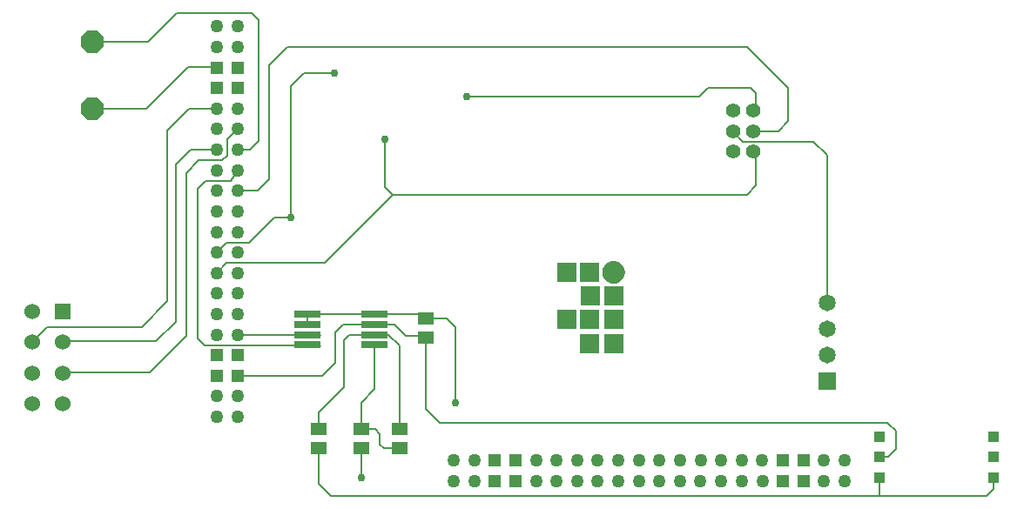
<source format=gbr>
G04 EAGLE Gerber RS-274X export*
G75*
%MOMM*%
%FSLAX34Y34*%
%LPD*%
%INBottom Copper*%
%IPPOS*%
%AMOC8*
5,1,8,0,0,1.08239X$1,22.5*%
G01*
%ADD10R,1.920000X1.940000*%
%ADD11C,0.500000*%
%ADD12R,1.258000X1.258000*%
%ADD13C,1.258000*%
%ADD14P,2.336880X8X112.500000*%
%ADD15C,1.530000*%
%ADD16R,1.530000X1.530000*%
%ADD17R,1.500000X1.300000*%
%ADD18R,2.540000X0.635000*%
%ADD19R,1.108000X1.108000*%
%ADD20R,1.651000X1.651000*%
%ADD21C,1.651000*%
%ADD22C,1.408000*%
%ADD23C,0.152400*%
%ADD24C,0.756400*%


D10*
X586253Y211495D03*
X586053Y188495D03*
X586053Y165295D03*
D11*
X577677Y234395D02*
X577680Y234601D01*
X577687Y234806D01*
X577700Y235011D01*
X577717Y235216D01*
X577740Y235420D01*
X577768Y235624D01*
X577800Y235827D01*
X577838Y236029D01*
X577881Y236230D01*
X577928Y236430D01*
X577980Y236629D01*
X578038Y236826D01*
X578100Y237022D01*
X578167Y237217D01*
X578238Y237409D01*
X578315Y237600D01*
X578396Y237789D01*
X578481Y237976D01*
X578571Y238161D01*
X578666Y238343D01*
X578765Y238524D01*
X578869Y238701D01*
X578977Y238876D01*
X579089Y239048D01*
X579205Y239218D01*
X579325Y239385D01*
X579450Y239548D01*
X579578Y239709D01*
X579711Y239866D01*
X579847Y240020D01*
X579987Y240171D01*
X580130Y240318D01*
X580277Y240461D01*
X580428Y240601D01*
X580582Y240737D01*
X580739Y240870D01*
X580900Y240998D01*
X581063Y241123D01*
X581230Y241243D01*
X581400Y241359D01*
X581572Y241471D01*
X581747Y241579D01*
X581924Y241683D01*
X582105Y241782D01*
X582287Y241877D01*
X582472Y241967D01*
X582659Y242052D01*
X582848Y242133D01*
X583039Y242210D01*
X583231Y242281D01*
X583426Y242348D01*
X583622Y242410D01*
X583819Y242468D01*
X584018Y242520D01*
X584218Y242567D01*
X584419Y242610D01*
X584621Y242648D01*
X584824Y242680D01*
X585028Y242708D01*
X585232Y242731D01*
X585437Y242748D01*
X585642Y242761D01*
X585847Y242768D01*
X586053Y242771D01*
X586259Y242768D01*
X586464Y242761D01*
X586669Y242748D01*
X586874Y242731D01*
X587078Y242708D01*
X587282Y242680D01*
X587485Y242648D01*
X587687Y242610D01*
X587888Y242567D01*
X588088Y242520D01*
X588287Y242468D01*
X588484Y242410D01*
X588680Y242348D01*
X588875Y242281D01*
X589067Y242210D01*
X589258Y242133D01*
X589447Y242052D01*
X589634Y241967D01*
X589819Y241877D01*
X590001Y241782D01*
X590182Y241683D01*
X590359Y241579D01*
X590534Y241471D01*
X590706Y241359D01*
X590876Y241243D01*
X591043Y241123D01*
X591206Y240998D01*
X591367Y240870D01*
X591524Y240737D01*
X591678Y240601D01*
X591829Y240461D01*
X591976Y240318D01*
X592119Y240171D01*
X592259Y240020D01*
X592395Y239866D01*
X592528Y239709D01*
X592656Y239548D01*
X592781Y239385D01*
X592901Y239218D01*
X593017Y239048D01*
X593129Y238876D01*
X593237Y238701D01*
X593341Y238524D01*
X593440Y238343D01*
X593535Y238161D01*
X593625Y237976D01*
X593710Y237789D01*
X593791Y237600D01*
X593868Y237409D01*
X593939Y237217D01*
X594006Y237022D01*
X594068Y236826D01*
X594126Y236629D01*
X594178Y236430D01*
X594225Y236230D01*
X594268Y236029D01*
X594306Y235827D01*
X594338Y235624D01*
X594366Y235420D01*
X594389Y235216D01*
X594406Y235011D01*
X594419Y234806D01*
X594426Y234601D01*
X594429Y234395D01*
X594426Y234189D01*
X594419Y233984D01*
X594406Y233779D01*
X594389Y233574D01*
X594366Y233370D01*
X594338Y233166D01*
X594306Y232963D01*
X594268Y232761D01*
X594225Y232560D01*
X594178Y232360D01*
X594126Y232161D01*
X594068Y231964D01*
X594006Y231768D01*
X593939Y231573D01*
X593868Y231381D01*
X593791Y231190D01*
X593710Y231001D01*
X593625Y230814D01*
X593535Y230629D01*
X593440Y230447D01*
X593341Y230266D01*
X593237Y230089D01*
X593129Y229914D01*
X593017Y229742D01*
X592901Y229572D01*
X592781Y229405D01*
X592656Y229242D01*
X592528Y229081D01*
X592395Y228924D01*
X592259Y228770D01*
X592119Y228619D01*
X591976Y228472D01*
X591829Y228329D01*
X591678Y228189D01*
X591524Y228053D01*
X591367Y227920D01*
X591206Y227792D01*
X591043Y227667D01*
X590876Y227547D01*
X590706Y227431D01*
X590534Y227319D01*
X590359Y227211D01*
X590182Y227107D01*
X590001Y227008D01*
X589819Y226913D01*
X589634Y226823D01*
X589447Y226738D01*
X589258Y226657D01*
X589067Y226580D01*
X588875Y226509D01*
X588680Y226442D01*
X588484Y226380D01*
X588287Y226322D01*
X588088Y226270D01*
X587888Y226223D01*
X587687Y226180D01*
X587485Y226142D01*
X587282Y226110D01*
X587078Y226082D01*
X586874Y226059D01*
X586669Y226042D01*
X586464Y226029D01*
X586259Y226022D01*
X586053Y226019D01*
X585847Y226022D01*
X585642Y226029D01*
X585437Y226042D01*
X585232Y226059D01*
X585028Y226082D01*
X584824Y226110D01*
X584621Y226142D01*
X584419Y226180D01*
X584218Y226223D01*
X584018Y226270D01*
X583819Y226322D01*
X583622Y226380D01*
X583426Y226442D01*
X583231Y226509D01*
X583039Y226580D01*
X582848Y226657D01*
X582659Y226738D01*
X582472Y226823D01*
X582287Y226913D01*
X582105Y227008D01*
X581924Y227107D01*
X581747Y227211D01*
X581572Y227319D01*
X581400Y227431D01*
X581230Y227547D01*
X581063Y227667D01*
X580900Y227792D01*
X580739Y227920D01*
X580582Y228053D01*
X580428Y228189D01*
X580277Y228329D01*
X580130Y228472D01*
X579987Y228619D01*
X579847Y228770D01*
X579711Y228924D01*
X579578Y229081D01*
X579450Y229242D01*
X579325Y229405D01*
X579205Y229572D01*
X579089Y229742D01*
X578977Y229914D01*
X578869Y230089D01*
X578765Y230266D01*
X578666Y230447D01*
X578571Y230629D01*
X578481Y230814D01*
X578396Y231001D01*
X578315Y231190D01*
X578238Y231381D01*
X578167Y231573D01*
X578100Y231768D01*
X578038Y231964D01*
X577980Y232161D01*
X577928Y232360D01*
X577881Y232560D01*
X577838Y232761D01*
X577800Y232963D01*
X577768Y233166D01*
X577740Y233370D01*
X577717Y233574D01*
X577700Y233779D01*
X577687Y233984D01*
X577680Y234189D01*
X577677Y234395D01*
X582495Y234595D02*
X582497Y234717D01*
X582503Y234840D01*
X582513Y234961D01*
X582527Y235083D01*
X582545Y235204D01*
X582566Y235324D01*
X582592Y235444D01*
X582622Y235563D01*
X582655Y235680D01*
X582692Y235797D01*
X582733Y235912D01*
X582778Y236026D01*
X582827Y236138D01*
X582879Y236249D01*
X582934Y236358D01*
X582993Y236465D01*
X583056Y236570D01*
X583122Y236673D01*
X583191Y236774D01*
X583264Y236873D01*
X583340Y236969D01*
X583418Y237062D01*
X583500Y237153D01*
X583585Y237241D01*
X583672Y237327D01*
X583763Y237409D01*
X583856Y237489D01*
X583951Y237566D01*
X584049Y237639D01*
X584149Y237709D01*
X584252Y237776D01*
X584356Y237839D01*
X584463Y237899D01*
X584571Y237956D01*
X584682Y238009D01*
X584794Y238058D01*
X584907Y238104D01*
X585022Y238146D01*
X585138Y238184D01*
X585256Y238218D01*
X585374Y238249D01*
X585494Y238275D01*
X585614Y238298D01*
X585735Y238317D01*
X585856Y238332D01*
X585978Y238343D01*
X586100Y238350D01*
X586222Y238353D01*
X586345Y238352D01*
X586467Y238347D01*
X586589Y238338D01*
X586711Y238325D01*
X586832Y238308D01*
X586952Y238287D01*
X587072Y238263D01*
X587191Y238234D01*
X587309Y238202D01*
X587426Y238165D01*
X587542Y238125D01*
X587656Y238081D01*
X587768Y238034D01*
X587880Y237983D01*
X587989Y237928D01*
X588097Y237870D01*
X588202Y237808D01*
X588306Y237743D01*
X588407Y237674D01*
X588506Y237603D01*
X588603Y237528D01*
X588697Y237450D01*
X588789Y237369D01*
X588878Y237285D01*
X588964Y237198D01*
X589047Y237108D01*
X589127Y237016D01*
X589205Y236921D01*
X589279Y236824D01*
X589350Y236724D01*
X589417Y236622D01*
X589482Y236518D01*
X589543Y236412D01*
X589600Y236304D01*
X589654Y236194D01*
X589704Y236082D01*
X589751Y235969D01*
X589794Y235855D01*
X589833Y235739D01*
X589868Y235622D01*
X589900Y235503D01*
X589927Y235384D01*
X589951Y235264D01*
X589971Y235144D01*
X589987Y235022D01*
X589999Y234901D01*
X590007Y234778D01*
X590011Y234656D01*
X590011Y234534D01*
X590007Y234412D01*
X589999Y234289D01*
X589987Y234168D01*
X589971Y234046D01*
X589951Y233926D01*
X589927Y233806D01*
X589900Y233687D01*
X589868Y233568D01*
X589833Y233451D01*
X589794Y233335D01*
X589751Y233221D01*
X589704Y233108D01*
X589654Y232996D01*
X589600Y232886D01*
X589543Y232778D01*
X589482Y232672D01*
X589417Y232568D01*
X589350Y232466D01*
X589279Y232366D01*
X589205Y232269D01*
X589127Y232174D01*
X589047Y232082D01*
X588964Y231992D01*
X588878Y231905D01*
X588789Y231821D01*
X588697Y231740D01*
X588603Y231662D01*
X588506Y231587D01*
X588407Y231516D01*
X588306Y231447D01*
X588202Y231382D01*
X588097Y231320D01*
X587989Y231262D01*
X587880Y231207D01*
X587768Y231156D01*
X587656Y231109D01*
X587542Y231065D01*
X587426Y231025D01*
X587309Y230988D01*
X587191Y230956D01*
X587072Y230927D01*
X586952Y230903D01*
X586832Y230882D01*
X586711Y230865D01*
X586589Y230852D01*
X586467Y230843D01*
X586345Y230838D01*
X586222Y230837D01*
X586100Y230840D01*
X585978Y230847D01*
X585856Y230858D01*
X585735Y230873D01*
X585614Y230892D01*
X585494Y230915D01*
X585374Y230941D01*
X585256Y230972D01*
X585138Y231006D01*
X585022Y231044D01*
X584907Y231086D01*
X584794Y231132D01*
X584682Y231181D01*
X584571Y231234D01*
X584463Y231291D01*
X584356Y231351D01*
X584252Y231414D01*
X584149Y231481D01*
X584049Y231551D01*
X583951Y231624D01*
X583856Y231701D01*
X583763Y231781D01*
X583672Y231863D01*
X583585Y231949D01*
X583500Y232037D01*
X583418Y232128D01*
X583340Y232221D01*
X583264Y232317D01*
X583191Y232416D01*
X583122Y232517D01*
X583056Y232620D01*
X582993Y232725D01*
X582934Y232832D01*
X582879Y232941D01*
X582827Y233052D01*
X582778Y233164D01*
X582733Y233278D01*
X582692Y233393D01*
X582655Y233510D01*
X582622Y233627D01*
X582592Y233746D01*
X582566Y233866D01*
X582545Y233986D01*
X582527Y234107D01*
X582513Y234229D01*
X582503Y234350D01*
X582497Y234473D01*
X582495Y234595D01*
X585621Y234795D02*
X585623Y234845D01*
X585629Y234894D01*
X585638Y234943D01*
X585652Y234990D01*
X585669Y235037D01*
X585690Y235082D01*
X585714Y235125D01*
X585742Y235166D01*
X585772Y235205D01*
X585806Y235242D01*
X585843Y235276D01*
X585882Y235306D01*
X585923Y235334D01*
X585966Y235358D01*
X586011Y235379D01*
X586058Y235396D01*
X586105Y235410D01*
X586154Y235419D01*
X586203Y235425D01*
X586253Y235427D01*
X586303Y235425D01*
X586352Y235419D01*
X586401Y235410D01*
X586448Y235396D01*
X586495Y235379D01*
X586540Y235358D01*
X586583Y235334D01*
X586624Y235306D01*
X586663Y235276D01*
X586700Y235242D01*
X586734Y235205D01*
X586764Y235166D01*
X586792Y235125D01*
X586816Y235082D01*
X586837Y235037D01*
X586854Y234990D01*
X586868Y234943D01*
X586877Y234894D01*
X586883Y234845D01*
X586885Y234795D01*
X586883Y234745D01*
X586877Y234696D01*
X586868Y234647D01*
X586854Y234600D01*
X586837Y234553D01*
X586816Y234508D01*
X586792Y234465D01*
X586764Y234424D01*
X586734Y234385D01*
X586700Y234348D01*
X586663Y234314D01*
X586624Y234284D01*
X586583Y234256D01*
X586540Y234232D01*
X586495Y234211D01*
X586448Y234194D01*
X586401Y234180D01*
X586352Y234171D01*
X586303Y234165D01*
X586253Y234163D01*
X586203Y234165D01*
X586154Y234171D01*
X586105Y234180D01*
X586058Y234194D01*
X586011Y234211D01*
X585966Y234232D01*
X585923Y234256D01*
X585882Y234284D01*
X585843Y234314D01*
X585806Y234348D01*
X585772Y234385D01*
X585742Y234424D01*
X585714Y234465D01*
X585690Y234508D01*
X585669Y234553D01*
X585652Y234600D01*
X585638Y234647D01*
X585629Y234696D01*
X585623Y234745D01*
X585621Y234795D01*
D10*
X563253Y211495D03*
X563053Y234495D03*
X563053Y188495D03*
X563053Y165295D03*
X540253Y234295D03*
X540253Y188295D03*
D12*
X770700Y51500D03*
X750700Y51500D03*
X770700Y31500D03*
X750700Y31500D03*
X490700Y51500D03*
X470600Y51400D03*
X490700Y31500D03*
X470700Y31600D03*
X220400Y153700D03*
X220400Y133700D03*
X200500Y133700D03*
X200500Y153700D03*
X200400Y413700D03*
X220300Y413800D03*
X200400Y433600D03*
X220600Y433700D03*
D13*
X810700Y51400D03*
X790600Y51500D03*
X810600Y31500D03*
X790700Y31600D03*
X730600Y51400D03*
X730700Y31400D03*
X710600Y51400D03*
X710700Y31400D03*
X690700Y31400D03*
X690600Y51400D03*
X670600Y51400D03*
X670500Y31400D03*
X650600Y51500D03*
X650700Y31400D03*
X630700Y51400D03*
X630600Y31500D03*
X610600Y51400D03*
X610700Y31400D03*
X590600Y51500D03*
X590600Y31500D03*
X570600Y51500D03*
X570600Y31400D03*
X550700Y51500D03*
X550700Y31400D03*
X530700Y51500D03*
X530700Y31400D03*
X510600Y51500D03*
X510600Y31400D03*
X450700Y51500D03*
X450700Y31400D03*
X430600Y51500D03*
X430600Y31400D03*
X220400Y113800D03*
X220400Y93700D03*
X200300Y113800D03*
X200300Y93700D03*
X220400Y193800D03*
X220400Y173700D03*
X200300Y193800D03*
X200300Y173700D03*
X220300Y233800D03*
X220300Y213700D03*
X200200Y233800D03*
X200200Y213700D03*
X220300Y273800D03*
X220300Y253700D03*
X200200Y273800D03*
X200200Y253700D03*
X220400Y313800D03*
X220400Y293700D03*
X200300Y313800D03*
X200300Y293700D03*
X220400Y353800D03*
X220400Y333700D03*
X200300Y353800D03*
X200300Y333700D03*
X220400Y393900D03*
X220400Y373800D03*
X200300Y393900D03*
X200300Y373800D03*
X220400Y473800D03*
X220400Y453700D03*
X200300Y473800D03*
X200300Y453700D03*
D14*
X79000Y393488D03*
X79000Y458512D03*
D15*
X50800Y166500D03*
X20800Y166500D03*
X50800Y136500D03*
X20800Y136500D03*
D16*
X50800Y196500D03*
D15*
X50800Y106500D03*
X20800Y196500D03*
X20800Y106500D03*
D17*
X378100Y63050D03*
X378100Y82050D03*
X403300Y189700D03*
X403300Y170700D03*
D18*
X353600Y193800D03*
X353600Y183800D03*
X353600Y173800D03*
X353600Y163800D03*
X288200Y163800D03*
X288200Y173800D03*
X288200Y183800D03*
X288200Y193800D03*
D17*
X340600Y82050D03*
X340600Y63050D03*
X299400Y82050D03*
X299400Y63050D03*
D19*
X844900Y34800D03*
X844900Y54800D03*
X844900Y74800D03*
X955700Y74800D03*
X955700Y54800D03*
X955700Y34800D03*
D20*
X793500Y128400D03*
D21*
X793500Y153800D03*
X793500Y179200D03*
X793500Y204600D03*
D22*
X702000Y392000D03*
X722000Y392000D03*
X702000Y372000D03*
X722000Y372000D03*
X702000Y352000D03*
X722000Y352000D03*
D23*
X131100Y459100D02*
X130512Y458512D01*
X133600Y459100D02*
X161416Y486916D01*
X240600Y480100D02*
X240600Y362000D01*
X232400Y353800D01*
X220400Y353800D01*
X233784Y486916D02*
X161416Y486916D01*
X233784Y486916D02*
X240600Y480100D01*
X133600Y459100D02*
X131100Y459100D01*
X79588Y459100D01*
X79000Y458512D01*
X131988Y393488D02*
X172500Y434000D01*
X200000Y434000D01*
X200400Y433600D01*
X131988Y393488D02*
X79000Y393488D01*
X200200Y353900D02*
X200300Y353800D01*
X174924Y353800D01*
X160448Y339324D01*
X160448Y186340D01*
X141248Y167140D01*
X51440Y167140D01*
X50800Y166500D01*
X793500Y204600D02*
X793500Y348632D01*
X780632Y361500D01*
X712000Y361500D01*
X702000Y371500D01*
X702000Y372000D01*
D24*
X272500Y288000D03*
D23*
X256500Y288000D01*
X231500Y263000D02*
X209500Y263000D01*
X200200Y253700D01*
X231500Y263000D02*
X256500Y288000D01*
X272500Y288000D02*
X272500Y415500D01*
D24*
X314500Y428000D03*
D23*
X285000Y428000D02*
X272500Y415500D01*
X285000Y428000D02*
X314500Y428000D01*
D24*
X443500Y405500D03*
D23*
X669000Y405500D01*
X677500Y414000D01*
X719500Y414000D01*
X724700Y408800D01*
X724700Y394700D02*
X722000Y392000D01*
X724700Y394700D02*
X724700Y408800D01*
X755800Y381700D02*
X746100Y372000D01*
X755800Y381700D02*
X755800Y414000D01*
X716100Y453700D01*
X268600Y453700D01*
X250900Y324800D02*
X239900Y313800D01*
X220400Y313800D01*
X250900Y324800D02*
X250900Y436000D01*
X268600Y453700D01*
X722000Y372000D02*
X746100Y372000D01*
D24*
X363500Y364000D03*
D23*
X363500Y317000D01*
X371000Y309500D01*
X715500Y309500D01*
X724700Y318700D01*
X209900Y243500D02*
X200200Y233800D01*
X305000Y243500D02*
X371000Y309500D01*
X305000Y243500D02*
X209900Y243500D01*
X724700Y318700D02*
X724700Y349300D01*
X722000Y352000D01*
X372700Y183800D02*
X353600Y183800D01*
X401300Y172700D02*
X403300Y170700D01*
X401300Y172700D02*
X383800Y172700D01*
X372700Y183800D01*
X403300Y170700D02*
X403300Y101700D01*
X417000Y88000D01*
X852500Y88000D01*
X860500Y80000D01*
X860500Y62500D01*
X852800Y54800D02*
X844900Y54800D01*
X852800Y54800D02*
X860500Y62500D01*
X302700Y133700D02*
X220400Y133700D01*
X315000Y146000D02*
X315000Y176000D01*
X322800Y183800D01*
X353600Y183800D01*
X315000Y146000D02*
X302700Y133700D01*
X288200Y183800D02*
X288200Y193800D01*
X353600Y193800D01*
X399000Y194000D02*
X403300Y189700D01*
X399000Y194000D02*
X341100Y194000D01*
X353600Y193800D01*
X432200Y181300D02*
X432200Y107400D01*
X432200Y181300D02*
X423800Y189700D01*
X403300Y189700D01*
X432200Y107400D02*
X432200Y106700D01*
D24*
X432200Y107400D03*
D23*
X301372Y173188D02*
X300900Y173660D01*
X288200Y173800D01*
X300812Y173712D01*
X220412Y173712D01*
X220400Y173700D01*
X288200Y163800D02*
X300900Y163592D01*
X188408Y163592D01*
X181500Y170500D01*
X181500Y315992D01*
X189120Y323612D01*
X213912Y323612D01*
X220400Y333700D01*
X340900Y82350D02*
X340600Y82050D01*
X342250Y80400D01*
X340600Y82050D02*
X340600Y107600D01*
X353600Y120600D02*
X353600Y163800D01*
X353600Y120600D02*
X340600Y107600D01*
X362950Y63050D02*
X378100Y63050D01*
X359000Y67000D02*
X359000Y77000D01*
X353950Y82050D02*
X340600Y82050D01*
X359000Y67000D02*
X362950Y63050D01*
X359000Y77000D02*
X353950Y82050D01*
X353600Y173800D02*
X367200Y173800D01*
X378100Y162900D01*
X378100Y82050D01*
X323500Y122299D02*
X299400Y98200D01*
X299400Y82050D01*
X323500Y122299D02*
X323500Y168500D01*
X328800Y173800D01*
X353600Y173800D01*
D24*
X341000Y34500D03*
D23*
X341000Y62650D02*
X340600Y63050D01*
X341000Y62650D02*
X341000Y34500D01*
X311300Y16700D02*
X844900Y16700D01*
X311300Y16700D02*
X299400Y28600D01*
X299400Y63050D01*
X844900Y34800D02*
X844900Y16816D01*
X948554Y16816D01*
X955700Y23962D02*
X955700Y34800D01*
X955700Y23962D02*
X948554Y16816D01*
X844900Y16700D02*
X844900Y34800D01*
X200300Y393900D02*
X173472Y393900D01*
X152400Y372828D01*
X152400Y206364D01*
X127320Y181284D01*
X34980Y181284D01*
X21336Y167640D01*
X20800Y166500D01*
X219456Y373260D02*
X219456Y373380D01*
X219456Y373260D02*
X210312Y364116D01*
X210312Y348020D01*
X205692Y343400D01*
X182596Y343400D01*
X170496Y331300D01*
X170496Y172316D01*
X135180Y137000D01*
X51300Y137000D01*
X50800Y136500D01*
X219456Y373380D02*
X220400Y373800D01*
M02*

</source>
